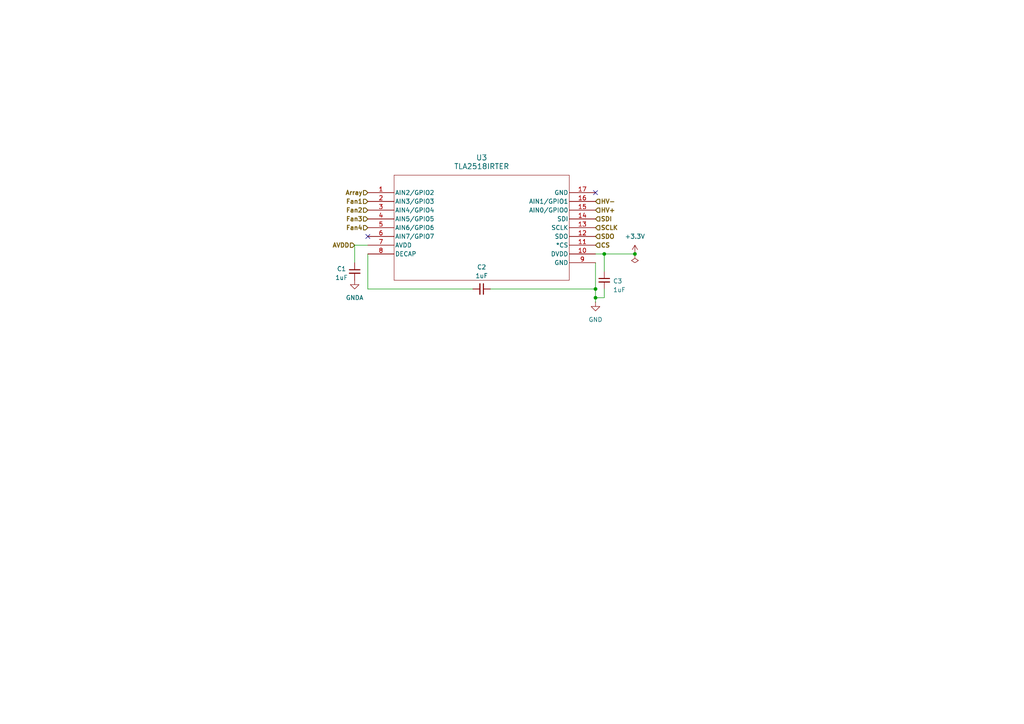
<source format=kicad_sch>
(kicad_sch (version 20231120) (generator "eeschema") (generator_version "8.0")
  (paper "A4")
  (lib_symbols
    (symbol "2024-10-26_20-27-39:TLA2518IRTER" (pin_names (offset 0.254))
      (property "Reference" "U" (at 33.02 10.16 0))
      (property "Value" "TLA2518IRTER" (at 33.02 7.62 0))
      (symbol "TLA2518IRTER_0_1"
        (polyline (pts (xy 7.62 -25.4) (xy 58.42 -25.4)) (stroke (width 0.127)))
        (polyline (pts (xy 7.62 5.08) (xy 7.62 -25.4)) (stroke (width 0.127)))
        (polyline (pts (xy 58.42 -25.4) (xy 58.42 5.08)) (stroke (width 0.127)))
        (polyline (pts (xy 58.42 5.08) (xy 7.62 5.08)) (stroke (width 0.127)))
        (pin bidirectional line (at 0 0 0) (length 7.62) (name "AIN2/GPIO2") (number "1"))
        (pin power_in line (at 66.04 -17.78 180) (length 7.62) (name "DVDD") (number "10"))
        (pin input line (at 66.04 -15.24 180) (length 7.62) (name "*CS") (number "11"))
        (pin output line (at 66.04 -12.7 180) (length 7.62) (name "SDO") (number "12"))
        (pin input line (at 66.04 -10.16 180) (length 7.62) (name "SCLK") (number "13"))
        (pin input line (at 66.04 -7.62 180) (length 7.62) (name "SDI") (number "14"))
        (pin bidirectional line (at 66.04 -5.08 180) (length 7.62) (name "AIN0/GPIO0") (number "15"))
        (pin bidirectional line (at 66.04 -2.54 180) (length 7.62) (name "AIN1/GPIO1") (number "16"))
        (pin power_out line (at 66.04 0 180) (length 7.62) (name "GND") (number "17"))
        (pin bidirectional line (at 0 -2.54 0) (length 7.62) (name "AIN3/GPIO3") (number "2"))
        (pin bidirectional line (at 0 -5.08 0) (length 7.62) (name "AIN4/GPIO4") (number "3"))
        (pin bidirectional line (at 0 -7.62 0) (length 7.62) (name "AIN5/GPIO5") (number "4"))
        (pin bidirectional line (at 0 -10.16 0) (length 7.62) (name "AIN6/GPIO6") (number "5"))
        (pin bidirectional line (at 0 -12.7 0) (length 7.62) (name "AIN7/GPIO7") (number "6"))
        (pin power_in line (at 0 -15.24 0) (length 7.62) (name "AVDD") (number "7"))
        (pin unspecified line (at 0 -17.78 0) (length 7.62) (name "DECAP") (number "8"))
        (pin power_out line (at 66.04 -20.32 180) (length 7.62) (name "GND") (number "9"))
      )
    )
    (symbol "Device:C_Small" (pin_numbers hide) (pin_names (offset 0.254) hide)
      (property "Reference" "C" (at 0.254 1.778 0))
      (property "Value" "C_Small" (at 0.254 -2.032 0))
      (symbol "C_Small_0_1"
        (polyline (pts (xy -1.524 -0.508) (xy 1.524 -0.508)) (stroke (width 0.3302)))
        (polyline (pts (xy -1.524 0.508) (xy 1.524 0.508)) (stroke (width 0.3048)))
      )
      (symbol "C_Small_1_1"
        (pin passive line (at 0 2.54 270) (length 2.032) (name "~") (number "1"))
        (pin passive line (at 0 -2.54 90) (length 2.032) (name "~") (number "2"))
      )
    )
    (symbol "power:+3.3V" (power) (pin_numbers hide) (pin_names (offset 0) hide)
      (property "Value" "+3.3V" (at 0 3.556 0))
      (symbol "+3.3V_0_1"
        (polyline (pts (xy -0.762 1.27) (xy 0 2.54)))
        (polyline (pts (xy 0 0) (xy 0 2.54)))
        (polyline (pts (xy 0 2.54) (xy 0.762 1.27)))
      )
      (symbol "+3.3V_1_1"
        (pin power_in line (at 0 0 90) (length 0) (name "~") (number "1"))
      )
    )
    (symbol "power:GND" (power) (pin_numbers hide) (pin_names (offset 0) hide)
      (property "Value" "GND" (at 0 -3.81 0))
      (symbol "GND_0_1"
        (polyline (pts (xy 0 0) (xy 0 -1.27) (xy 1.27 -1.27) (xy 0 -2.54) (xy -1.27 -1.27) (xy 0 -1.27)))
      )
      (symbol "GND_1_1"
        (pin power_in line (at 0 0 270) (length 0) (name "~") (number "1"))
      )
    )
    (symbol "power:GNDA" (power) (pin_numbers hide) (pin_names (offset 0) hide)
      (property "Value" "GNDA" (at 0 -3.81 0))
      (symbol "GNDA_0_1"
        (polyline (pts (xy 0 0) (xy 0 -1.27) (xy 1.27 -1.27) (xy 0 -2.54) (xy -1.27 -1.27) (xy 0 -1.27)))
      )
      (symbol "GNDA_1_1"
        (pin power_in line (at 0 0 270) (length 0) (name "~") (number "1"))
      )
    )
    (symbol "power:PWR_FLAG" (power) (pin_numbers hide) (pin_names (offset 0) hide)
      (property "Value" "PWR_FLAG" (at 0 3.81 0))
      (symbol "PWR_FLAG_0_0"
        (pin power_out line (at 0 0 90) (length 0) (name "~") (number "1"))
      )
      (symbol "PWR_FLAG_0_1"
        (polyline (pts (xy 0 0) (xy 0 1.27) (xy -1.016 1.905) (xy 0 2.54) (xy 1.016 1.905) (xy 0 1.27)))
      )
    )
  )
  (junction (at 172.72 86.36))
  (junction (at 184.15 73.66))
  (junction (at 172.72 83.82))
  (junction (at 175.26 73.66))
  (no_connect (at 106.68 68.58))
  (no_connect (at 172.72 55.88))
  (wire (pts (xy 172.72 87.63) (xy 172.72 86.36)))
  (wire (pts (xy 175.26 78.74) (xy 175.26 73.66)))
  (wire (pts (xy 102.87 71.12) (xy 102.87 76.2)))
  (wire (pts (xy 172.72 83.82) (xy 172.72 76.2)))
  (wire (pts (xy 102.87 71.12) (xy 106.68 71.12)))
  (wire (pts (xy 175.26 73.66) (xy 172.72 73.66)))
  (wire (pts (xy 142.24 83.82) (xy 172.72 83.82)))
  (wire (pts (xy 106.68 83.82) (xy 137.16 83.82)))
  (wire (pts (xy 172.72 83.82) (xy 172.72 86.36)))
  (wire (pts (xy 184.15 73.66) (xy 175.26 73.66)))
  (wire (pts (xy 106.68 73.66) (xy 106.68 83.82)))
  (wire (pts (xy 175.26 86.36) (xy 172.72 86.36)))
  (wire (pts (xy 175.26 83.82) (xy 175.26 86.36)))
  (hierarchical_label "CS" (shape input) (at 172.72 71.12 0) (effects (font (thickness 0.254) (bold yes))))
  (hierarchical_label "HV+" (shape input) (at 172.72 60.96 0) (effects (font (thickness 0.254) (bold yes))))
  (hierarchical_label "Fan4" (shape input) (at 106.68 66.04 180) (effects (font (thickness 0.254) (bold yes))))
  (hierarchical_label "Fan1" (shape input) (at 106.68 58.42 180) (effects (font (thickness 0.254) (bold yes))))
  (hierarchical_label "Fan2" (shape input) (at 106.68 60.96 180) (effects (font (thickness 0.254) (bold yes))))
  (hierarchical_label "HV-" (shape input) (at 172.72 58.42 0) (effects (font (thickness 0.254) (bold yes))))
  (hierarchical_label "AVDD" (shape input) (at 102.87 71.12 180) (effects (font (thickness 0.254) (bold yes))))
  (hierarchical_label "SDO" (shape input) (at 172.72 68.58 0) (effects (font (thickness 0.254) (bold yes))))
  (hierarchical_label "SDI" (shape input) (at 172.72 63.5 0) (effects (font (thickness 0.254) (bold yes))))
  (hierarchical_label "SCLK" (shape input) (at 172.72 66.04 0) (effects (font (thickness 0.254) (bold yes))))
  (hierarchical_label "Fan3" (shape input) (at 106.68 63.5 180) (effects (font (thickness 0.254) (bold yes))))
  (hierarchical_label "Array" (shape input) (at 106.68 55.88 180) (effects (font (thickness 0.254) (bold yes))))
  (symbol (lib_id "Device:C_Small") (at 102.87 78.74 0) (unit 1)
    (property "Reference" "C1" (at 99.06 77.978 0))
    (property "Value" "1uF" (at 99.06 80.518 0))
    (property "Footprint" "Capacitor_SMD:C_0805_2012Metric" (effects (hide yes)))
    (property "Description" "Unpolarized capacitor, small symbol" (effects (hide yes)))
  )
  (symbol (lib_id "Device:C_Small") (at 175.26 81.28 0) (unit 1)
    (property "Reference" "C3" (at 177.8 81.534 0) (effects (justify left)))
    (property "Value" "1uF" (at 177.8 84.074 0) (effects (justify left)))
    (property "Footprint" "Capacitor_SMD:C_0805_2012Metric" (effects (hide yes)))
    (property "Description" "Unpolarized capacitor, small symbol" (effects (hide yes)))
  )
  (symbol (lib_id "power:GND") (at 172.72 87.63 0) (unit 1)
    (property "Reference" "#PWR013" (effects (hide yes)))
    (property "Value" "GND" (at 172.72 92.71 0))
    (property "Description" "Power symbol creates a global label with name \"GND\" , ground" (effects (hide yes)))
  )
  (symbol (lib_id "power:GNDA") (at 102.87 81.28 0) (unit 1)
    (property "Reference" "#PWR012" (effects (hide yes)))
    (property "Value" "GNDA" (at 102.87 86.36 0))
    (property "Description" "Power symbol creates a global label with name \"GNDA\" , analog ground" (effects (hide yes)))
  )
  (symbol (lib_id "2024-10-26_20-27-39:TLA2518IRTER") (at 106.68 55.88 0) (unit 1)
    (property "Reference" "U3" (at 139.7 45.72 0) (effects (font (size 1.524 1.524))))
    (property "Value" "TLA2518IRTER" (at 139.7 48.26 0) (effects (font (size 1.524 1.524))))
    (property "Footprint" "footprints:WQFN16_RTE_TEX" (effects (hide yes)))
    (property "Datasheet" "TLA2518IRTER" (effects (hide yes)))
  )
  (symbol (lib_id "Device:C_Small") (at 139.7 83.82 270) (unit 1)
    (property "Reference" "C2" (at 139.6936 77.47 90))
    (property "Value" "1uF" (at 139.6936 80.01 90))
    (property "Footprint" "Capacitor_SMD:C_0805_2012Metric" (effects (hide yes)))
    (property "Description" "Unpolarized capacitor, small symbol" (effects (hide yes)))
  )
  (symbol (lib_id "power:+3.3V") (at 184.15 73.66 0) (unit 1)
    (property "Reference" "#PWR014" (effects (hide yes)))
    (property "Value" "+3.3V" (at 184.15 68.58 0))
    (property "Description" "Power symbol creates a global label with name \"+3.3V\"" (effects (hide yes)))
  )
  (symbol (lib_id "power:PWR_FLAG") (at 184.15 73.66 180) (unit 1)
    (property "Reference" "#FLG02" (effects (hide yes)))
    (property "Value" "PWR_FLAG" (effects (hide yes)))
    (property "Description" "Special symbol for telling ERC where power comes from" (effects (hide yes)))
  )
)
</source>
